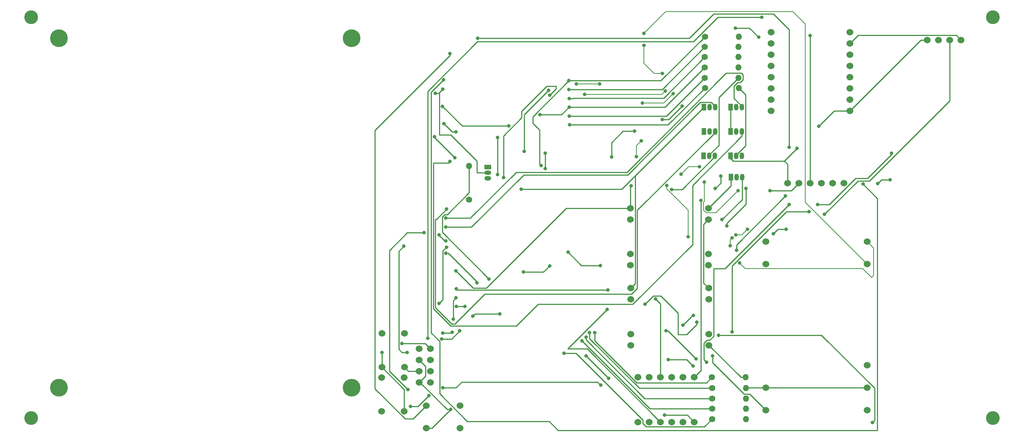
<source format=gbr>
%TF.GenerationSoftware,KiCad,Pcbnew,(6.0.2)*%
%TF.CreationDate,2022-08-09T18:47:36+09:00*%
%TF.ProjectId,dash,64617368-2e6b-4696-9361-645f70636258,rev?*%
%TF.SameCoordinates,Original*%
%TF.FileFunction,Copper,L2,Bot*%
%TF.FilePolarity,Positive*%
%FSLAX46Y46*%
G04 Gerber Fmt 4.6, Leading zero omitted, Abs format (unit mm)*
G04 Created by KiCad (PCBNEW (6.0.2)) date 2022-08-09 18:47:36*
%MOMM*%
%LPD*%
G01*
G04 APERTURE LIST*
%TA.AperFunction,ComponentPad*%
%ADD10C,1.524000*%
%TD*%
%TA.AperFunction,ComponentPad*%
%ADD11C,1.400000*%
%TD*%
%TA.AperFunction,ComponentPad*%
%ADD12O,1.400000X1.400000*%
%TD*%
%TA.AperFunction,ComponentPad*%
%ADD13R,1.050000X1.500000*%
%TD*%
%TA.AperFunction,ComponentPad*%
%ADD14O,1.050000X1.500000*%
%TD*%
%TA.AperFunction,ComponentPad*%
%ADD15C,4.000000*%
%TD*%
%TA.AperFunction,ComponentPad*%
%ADD16R,1.500000X1.050000*%
%TD*%
%TA.AperFunction,ComponentPad*%
%ADD17O,1.500000X1.050000*%
%TD*%
%TA.AperFunction,ViaPad*%
%ADD18C,3.100000*%
%TD*%
%TA.AperFunction,ViaPad*%
%ADD19C,0.800000*%
%TD*%
%TA.AperFunction,Conductor*%
%ADD20C,0.250000*%
%TD*%
%TA.AperFunction,Conductor*%
%ADD21C,0.200000*%
%TD*%
G04 APERTURE END LIST*
D10*
%TO.P,U4,1*%
%TO.N,CAN1_TX*%
X196728000Y-135180000D03*
%TO.N,CAN_H*%
X201808000Y-135180000D03*
%TO.N,GND*%
X194188000Y-135180000D03*
%TO.N,CAN1_RX*%
X199268000Y-135180000D03*
%TO.N,CAN_L*%
X204348000Y-135180000D03*
%TO.N,3V3*%
X191648000Y-135180000D03*
%TD*%
D11*
%TO.P,R4,1*%
%TO.N,BMS-*%
X174610000Y-186170000D03*
D12*
%TO.P,R4,2*%
%TO.N,GND*%
X182230000Y-186170000D03*
%TD*%
D11*
%TO.P,R10,1*%
%TO.N,HVD_IN*%
X172980000Y-109050000D03*
D12*
%TO.P,R10,2*%
%TO.N,Net-(Q5-Pad2)*%
X180600000Y-109050000D03*
%TD*%
D13*
%TO.P,Q6,1,E*%
%TO.N,LV*%
X178840000Y-133870000D03*
D14*
%TO.P,Q6,2,B*%
%TO.N,RTD_ACTIVE_Pin*%
X180110000Y-133870000D03*
%TO.P,Q6,3,C*%
%TO.N,APPS*%
X181380000Y-133870000D03*
%TD*%
D11*
%TO.P,R5,1*%
%TO.N,BSPD-*%
X174610000Y-188550000D03*
D12*
%TO.P,R5,2*%
%TO.N,GND*%
X182230000Y-188550000D03*
%TD*%
D10*
%TO.P,U9,1*%
%TO.N,GND*%
X230820000Y-102862000D03*
%TO.N,3V3*%
X223200000Y-102862000D03*
%TO.N,GPS_RX*%
X225740000Y-102862000D03*
%TO.N,GPS_TX*%
X228280000Y-102862000D03*
%TD*%
D11*
%TO.P,R11,1*%
%TO.N,BRAKE_DIN*%
X172980000Y-111390000D03*
D12*
%TO.P,R11,2*%
%TO.N,Net-(Q7-Pad2)*%
X180600000Y-111390000D03*
%TD*%
D11*
%TO.P,R1,1*%
%TO.N,GND*%
X119820000Y-138960000D03*
D12*
%TO.P,R1,2*%
%TO.N,-*%
X119820000Y-131340000D03*
%TD*%
D11*
%TO.P,R3,1*%
%TO.N,IMD-*%
X174630000Y-181510000D03*
D12*
%TO.P,R3,2*%
%TO.N,GND*%
X182250000Y-181510000D03*
%TD*%
D10*
%TO.P,U5,1*%
%TO.N,LCD_SCL*%
X168050000Y-179040000D03*
%TO.N,5V*%
X162970000Y-179040000D03*
%TO.N,N/C*%
X157890000Y-189200000D03*
X160430000Y-189200000D03*
X160430000Y-179040000D03*
%TO.N,GND*%
X165510000Y-179040000D03*
%TO.N,N/C*%
X157890000Y-179040000D03*
%TO.N,I2C2_SCL*%
X168050000Y-189200000D03*
%TO.N,3V3*%
X162970000Y-189200000D03*
%TO.N,LCD_SDA*%
X170590000Y-179040000D03*
%TO.N,I2C2_SDA*%
X170590000Y-189200000D03*
%TO.N,GND*%
X165510000Y-189200000D03*
%TD*%
%TO.P,U3,1,VOUT+*%
%TO.N,5V*%
X156210000Y-140870000D03*
%TO.P,U3,2,VOUT+*%
X156210000Y-143410000D03*
%TO.P,U3,3,VOUT-*%
%TO.N,GND*%
X156210000Y-151230000D03*
%TO.P,U3,4,VOUT-*%
X156210000Y-153770000D03*
%TO.P,U3,5,VIN-*%
X173810000Y-153770000D03*
%TO.P,U3,6,VIN-*%
X173810000Y-151230000D03*
%TO.P,U3,7,VIN+*%
%TO.N,LV*%
X173810000Y-143410000D03*
%TO.P,U3,8,VIN+*%
X173810000Y-140870000D03*
%TD*%
%TO.P,ESP_PROGRAM,*%
%TO.N,*%
X105174600Y-179124600D03*
X100094600Y-179124600D03*
%TO.P,ESP_PROGRAM,1,A*%
%TO.N,GND*%
X105174600Y-186744600D03*
%TO.P,ESP_PROGRAM,2,B*%
%TO.N,Net-(SW2-Pad2)*%
X100094600Y-186744600D03*
%TD*%
D11*
%TO.P,R6,1*%
%TO.N,HVD-*%
X174620000Y-183870000D03*
D12*
%TO.P,R6,2*%
%TO.N,GND*%
X182240000Y-183870000D03*
%TD*%
D15*
%TO.P,REF\u002A\u002A,1*%
%TO.N,N/C*%
X27266200Y-102450200D03*
%TO.P,REF\u002A\u002A,2*%
X93266200Y-102450200D03*
%TO.P,REF\u002A\u002A,3*%
X27266200Y-181450200D03*
%TO.P,REF\u002A\u002A,4*%
X93266200Y-181450200D03*
%TD*%
D11*
%TO.P,R12,1*%
%TO.N,LV_ACTIVE*%
X173000000Y-113680000D03*
D12*
%TO.P,R12,2*%
%TO.N,Net-(Q8-Pad2)*%
X180620000Y-113680000D03*
%TD*%
D16*
%TO.P,Q3,1,E*%
%TO.N,3V3*%
X124050000Y-131550000D03*
D17*
%TO.P,Q3,2,B*%
%TO.N,RTD_ACTIVE_Pin*%
X124050000Y-132820000D03*
%TO.P,Q3,3,C*%
%TO.N,IN*%
X124050000Y-134090000D03*
%TD*%
D11*
%TO.P,R8,1*%
%TO.N,BMS_IN*%
X172980000Y-104400000D03*
D12*
%TO.P,R8,2*%
%TO.N,Net-(Q2-Pad2)*%
X180600000Y-104400000D03*
%TD*%
D10*
%TO.P,U10,1*%
%TO.N,GND*%
X186749200Y-181431600D03*
%TO.N,RIN*%
X209609200Y-176351600D03*
%TO.N,ROUT-*%
X209609200Y-148411600D03*
%TO.N,LOUT+*%
X186749200Y-153491600D03*
%TO.N,LV*%
X186749200Y-186511600D03*
%TO.N,LOUT-*%
X186749200Y-148411600D03*
%TO.N,LIN*%
X209609200Y-186511600D03*
%TO.N,ROUT+*%
X209609200Y-153491600D03*
%TO.N,GND*%
X209609200Y-181431600D03*
%TD*%
%TO.P,U8,1*%
%TO.N,N/C*%
X205743000Y-106170800D03*
%TO.N,RTDS*%
X187963000Y-106170800D03*
%TO.N,N/C*%
X205743000Y-116330800D03*
%TO.N,3V3*%
X205743000Y-118870800D03*
%TO.N,N/C*%
X187963000Y-108710800D03*
X187963000Y-101090800D03*
X187963000Y-113790800D03*
X205743000Y-113790800D03*
X187963000Y-118870800D03*
X205743000Y-101090800D03*
X187963000Y-111250800D03*
%TO.N,GND*%
X205743000Y-103630800D03*
%TO.N,N/C*%
X187963000Y-116330800D03*
%TO.N,RIN*%
X205743000Y-111250800D03*
%TO.N,GND*%
X187963000Y-103630800D03*
%TO.N,LIN*%
X205743000Y-108710800D03*
%TD*%
D13*
%TO.P,Q2,1,E*%
%TO.N,3V3*%
X178780000Y-118040000D03*
D14*
%TO.P,Q2,2,B*%
%TO.N,Net-(Q2-Pad2)*%
X180050000Y-118040000D03*
%TO.P,Q2,3,C*%
%TO.N,BMS_Pin*%
X181320000Y-118040000D03*
%TD*%
D10*
%TO.P,BOOT0,*%
%TO.N,*%
X117789200Y-190579200D03*
X117789200Y-185499200D03*
%TO.P,BOOT0,1,A*%
%TO.N,3V3*%
X110169200Y-190579200D03*
%TO.P,BOOT0,2,B*%
%TO.N,BOOT0*%
X110169200Y-185499200D03*
%TD*%
D13*
%TO.P,Q1,1,E*%
%TO.N,3V3*%
X172760000Y-118040000D03*
D14*
%TO.P,Q1,2,B*%
%TO.N,Net-(Q1-Pad2)*%
X174030000Y-118040000D03*
%TO.P,Q1,3,C*%
%TO.N,IMD_Pin*%
X175300000Y-118040000D03*
%TD*%
D13*
%TO.P,Q7,1,E*%
%TO.N,3V3*%
X172710000Y-129020000D03*
D14*
%TO.P,Q7,2,B*%
%TO.N,Net-(Q7-Pad2)*%
X173980000Y-129020000D03*
%TO.P,Q7,3,C*%
%TO.N,BRAKE_Pin*%
X175250000Y-129020000D03*
%TD*%
D13*
%TO.P,Q4,1,E*%
%TO.N,3V3*%
X172760000Y-123550000D03*
D14*
%TO.P,Q4,2,B*%
%TO.N,Net-(Q4-Pad2)*%
X174030000Y-123550000D03*
%TO.P,Q4,3,C*%
%TO.N,BSPD_Pin*%
X175300000Y-123550000D03*
%TD*%
D10*
%TO.P,ESP_RST,*%
%TO.N,*%
X100104600Y-169180000D03*
X105184600Y-169180000D03*
%TO.P,ESP_RST,1,A*%
%TO.N,Net-(SW1-Pad1)*%
X105184600Y-176800000D03*
%TO.P,ESP_RST,2,B*%
%TO.N,GND*%
X100104600Y-176800000D03*
%TD*%
%TO.P,U2,1*%
%TO.N,3V3*%
X108509600Y-175164000D03*
%TO.N,N/C*%
X111049600Y-175164000D03*
%TO.N,ESP_TX*%
X108509600Y-172624000D03*
%TO.N,Net-(SW1-Pad1)*%
X108509600Y-177704000D03*
%TO.N,Net-(SW2-Pad2)*%
X111049600Y-177704000D03*
%TO.N,GND*%
X111049600Y-172624000D03*
%TO.N,ESP_RX*%
X111049600Y-180244000D03*
%TO.N,3V3*%
X108509600Y-180244000D03*
%TD*%
%TO.P,U6,1,VOUT+*%
%TO.N,3V3*%
X156270000Y-158940000D03*
%TO.P,U6,2,VOUT+*%
X156270000Y-161480000D03*
%TO.P,U6,3,VOUT-*%
%TO.N,GND*%
X156270000Y-169300000D03*
%TO.P,U6,4,VOUT-*%
X156270000Y-171840000D03*
%TO.P,U6,5,VIN-*%
X173870000Y-171840000D03*
%TO.P,U6,6,VIN-*%
X173870000Y-169300000D03*
%TO.P,U6,7,VIN+*%
%TO.N,LV*%
X173870000Y-161480000D03*
%TO.P,U6,8,VIN+*%
X173870000Y-158940000D03*
%TD*%
D11*
%TO.P,R2,1*%
%TO.N,CR-*%
X174570000Y-179110000D03*
D12*
%TO.P,R2,2*%
%TO.N,GND*%
X182190000Y-179110000D03*
%TD*%
D11*
%TO.P,R9,1*%
%TO.N,BSPD_IN*%
X172980000Y-106720000D03*
D12*
%TO.P,R9,2*%
%TO.N,Net-(Q4-Pad2)*%
X180600000Y-106720000D03*
%TD*%
D13*
%TO.P,Q8,1,E*%
%TO.N,3V3*%
X178810000Y-129000000D03*
D14*
%TO.P,Q8,2,B*%
%TO.N,Net-(Q8-Pad2)*%
X180080000Y-129000000D03*
%TO.P,Q8,3,C*%
%TO.N,LV_ACTIVE_Pin*%
X181350000Y-129000000D03*
%TD*%
D11*
%TO.P,R7,1*%
%TO.N,IMD_IN*%
X173000000Y-102090000D03*
D12*
%TO.P,R7,2*%
%TO.N,Net-(Q1-Pad2)*%
X180620000Y-102090000D03*
%TD*%
D13*
%TO.P,Q5,1,E*%
%TO.N,3V3*%
X178800000Y-123570000D03*
D14*
%TO.P,Q5,2,B*%
%TO.N,Net-(Q5-Pad2)*%
X180070000Y-123570000D03*
%TO.P,Q5,3,C*%
%TO.N,HVD_Pin*%
X181340000Y-123570000D03*
%TD*%
D18*
%TO.N,*%
X238000000Y-97740000D03*
X21000000Y-97740000D03*
X21000000Y-188280000D03*
X238000000Y-188280000D03*
D19*
%TO.N,GND*%
X176560000Y-133590000D03*
X104630000Y-171430000D03*
X175330000Y-136440000D03*
X113610000Y-170400000D03*
X100104600Y-173465400D03*
X117704661Y-168584661D03*
X187660000Y-136880000D03*
%TO.N,BRAKE_DIN*%
X142390000Y-120020000D03*
%TO.N,HVD_IN*%
X126200000Y-124920000D03*
X135810000Y-119760000D03*
X126200000Y-133240000D03*
X142400000Y-118010000D03*
%TO.N,BSPD_IN*%
X142360000Y-116040000D03*
X138000000Y-115280000D03*
X127560000Y-133980000D03*
%TO.N,BMS_IN*%
X142300000Y-114030000D03*
X132254511Y-128054511D03*
X137760000Y-114230000D03*
%TO.N,IMD_IN*%
X136010000Y-131270000D03*
X142310000Y-112020000D03*
%TO.N,LV_ACTIVE*%
X142450000Y-122030000D03*
%TO.N,3V3*%
X198710000Y-122350000D03*
X131530000Y-136570000D03*
X115610000Y-186395386D03*
X150897444Y-163787444D03*
X193775000Y-127315000D03*
%TO.N,IMD_Pin*%
X114490000Y-145160000D03*
%TO.N,BMS_Pin*%
X114550000Y-143060000D03*
%TO.N,RTD_ACTIVE_Pin*%
X112190000Y-114910000D03*
X113880000Y-113940000D03*
%TO.N,BSPD_Pin*%
X114700000Y-141090000D03*
%TO.N,HVD_Pin*%
X115450000Y-130290000D03*
%TO.N,APPS*%
X176870000Y-143450000D03*
%TO.N,LV*%
X174710000Y-174220000D03*
%TO.N,BRAKE_Pin*%
X165540000Y-136640000D03*
X128768472Y-122280000D03*
X113780000Y-117830000D03*
%TO.N,5V*%
X157100000Y-123460000D03*
X116800000Y-155060000D03*
X156390000Y-135800000D03*
X151920000Y-129300000D03*
X161900000Y-161390000D03*
%TO.N,I2C2_SDA*%
X114560000Y-151070000D03*
X163930000Y-187660000D03*
X121580000Y-157740000D03*
%TO.N,ESP_TX*%
X105090000Y-149410000D03*
X114140000Y-121790000D03*
X116820000Y-123650000D03*
X105850000Y-173480000D03*
%TO.N,GPS_TX*%
X191310000Y-145640000D03*
X114670000Y-149660000D03*
X177960000Y-144840000D03*
X188460000Y-146620000D03*
X182230000Y-136430000D03*
X149480000Y-180860000D03*
X113870000Y-181470000D03*
X112970000Y-162380000D03*
X200000000Y-142230000D03*
%TO.N,GPS_RX*%
X114530000Y-148240000D03*
X105980000Y-181890000D03*
X113010000Y-146890000D03*
X109650000Y-146420000D03*
%TO.N,CAN1_RX*%
X121720000Y-102470000D03*
X192000000Y-127090000D03*
%TO.N,CAN1_TX*%
X179900000Y-100130000D03*
X185107311Y-102177311D03*
X196728000Y-101888000D03*
%TO.N,RTDS*%
X114050000Y-111890000D03*
X208650000Y-135400000D03*
%TO.N,BOOT0*%
X115490000Y-105960000D03*
%TO.N,Net-(SW2-Pad2)*%
X110700000Y-183260000D03*
X106548089Y-185658089D03*
%TO.N,CAN_H*%
X191190000Y-138090000D03*
X168060000Y-167290000D03*
X170380000Y-165110000D03*
X180120000Y-150400000D03*
%TO.N,CAN_L*%
X164750000Y-175080000D03*
X173400000Y-175670000D03*
X170320000Y-176520000D03*
X192010000Y-140020000D03*
%TO.N,HV_AUX1+*%
X144010000Y-112770000D03*
X149220000Y-112770000D03*
%TO.N,HV_AUX1-*%
X164020000Y-114430000D03*
X145870000Y-115150000D03*
%TO.N,ROUT+*%
X159230000Y-104040000D03*
X158910000Y-117060000D03*
X159230000Y-101330000D03*
X163360000Y-110430000D03*
X165820000Y-114980000D03*
%TO.N,ROUT-*%
X169210000Y-147320000D03*
X158680000Y-125660000D03*
X157580000Y-129200000D03*
X179090000Y-147600000D03*
X164380000Y-135760000D03*
X178710000Y-149360000D03*
X180840000Y-153270000D03*
%TO.N,LOUT+*%
X182580000Y-145640000D03*
X180010000Y-146880000D03*
%TO.N,LOUT-*%
X180490000Y-136930000D03*
X172830000Y-134920000D03*
X171790000Y-131470000D03*
X167600000Y-133220000D03*
%TO.N,CRITICAL_LED*%
X137000000Y-131930000D03*
X137000000Y-128460000D03*
%TO.N,CR-*%
X148140000Y-169010000D03*
%TO.N,IMD-*%
X146990000Y-168980000D03*
%TO.N,BMS-*%
X149410000Y-153820000D03*
X145290000Y-170870000D03*
X142110000Y-150810000D03*
%TO.N,BSPD-*%
X141170000Y-173670000D03*
X132060000Y-155300000D03*
X137990000Y-153890000D03*
%TO.N,HVD-*%
X146180000Y-170000000D03*
%TO.N,-*%
X124285000Y-156865000D03*
%TO.N,LCD_SDA*%
X172100000Y-139150000D03*
%TO.N,LCD_SCL*%
X163370000Y-120820000D03*
X167890000Y-117740000D03*
%TO.N,1*%
X112010000Y-124730000D03*
X116550000Y-129440000D03*
%TO.N,2*%
X151144520Y-159384520D03*
X210790000Y-189350000D03*
X159485000Y-162525000D03*
X176090000Y-169580000D03*
X171170000Y-166640000D03*
X116890000Y-159100000D03*
%TO.N,3*%
X110430000Y-170280000D03*
X214740000Y-134460000D03*
X116850000Y-161140000D03*
X116195489Y-165954511D03*
X185820000Y-97720000D03*
X115970000Y-168950000D03*
X211960000Y-135340000D03*
X113840000Y-169060000D03*
%TO.N,4*%
X179120000Y-168790000D03*
X198470000Y-140010000D03*
X164190000Y-168610000D03*
X118830000Y-163050000D03*
X196480000Y-141640000D03*
X116920000Y-163030000D03*
X120650000Y-165260000D03*
X215090000Y-128430000D03*
X146180000Y-174230000D03*
X171015489Y-174945489D03*
X151310000Y-179360000D03*
X126760000Y-164770000D03*
%TD*%
D20*
%TO.N,GND*%
X186749200Y-181431600D02*
X182328400Y-181431600D01*
X176560000Y-133590000D02*
X176560000Y-135210000D01*
X193398000Y-135970000D02*
X192488000Y-136880000D01*
X176560000Y-135210000D02*
X175330000Y-136440000D01*
X230820000Y-102862000D02*
X229733489Y-101775489D01*
X194188000Y-135180000D02*
X193398000Y-135970000D01*
X109855600Y-171430000D02*
X111049600Y-172624000D01*
X105174600Y-181870000D02*
X100104600Y-176800000D01*
X100104600Y-176800000D02*
X100104600Y-173465400D01*
X181140000Y-179110000D02*
X182190000Y-179110000D01*
X207598311Y-101775489D02*
X205743000Y-103630800D01*
X115889322Y-170400000D02*
X113610000Y-170400000D01*
X105174600Y-186744600D02*
X105174600Y-181870000D01*
X173870000Y-171840000D02*
X181140000Y-179110000D01*
X192488000Y-136880000D02*
X187660000Y-136880000D01*
X104630000Y-171430000D02*
X109855600Y-171430000D01*
X186749200Y-181431600D02*
X209609200Y-181431600D01*
X229733489Y-101775489D02*
X207598311Y-101775489D01*
X117704661Y-168584661D02*
X115889322Y-170400000D01*
X182328400Y-181431600D02*
X182250000Y-181510000D01*
%TO.N,BRAKE_DIN*%
X164350000Y-120020000D02*
X142390000Y-120020000D01*
X172980000Y-111390000D02*
X164350000Y-120020000D01*
%TO.N,Net-(Q7-Pad2)*%
X173980000Y-128795000D02*
X173980000Y-129020000D01*
X176149520Y-126625480D02*
X173980000Y-128795000D01*
X176149520Y-115840480D02*
X176149520Y-126625480D01*
X180600000Y-111390000D02*
X176149520Y-115840480D01*
%TO.N,HVD_IN*%
X140650000Y-119760000D02*
X142400000Y-118010000D01*
X172980000Y-109050000D02*
X164010000Y-118020000D01*
X135810000Y-119760000D02*
X140650000Y-119760000D01*
X142410000Y-118020000D02*
X142400000Y-118010000D01*
X126200000Y-133240000D02*
X126200000Y-124920000D01*
X164010000Y-118020000D02*
X142410000Y-118020000D01*
%TO.N,BSPD_IN*%
X127560000Y-133980000D02*
X127560000Y-124513086D01*
X127560000Y-124513086D02*
X131640000Y-120433086D01*
X131640000Y-118920000D02*
X137270000Y-113290000D01*
X163680000Y-116020000D02*
X172980000Y-106720000D01*
X143290000Y-116020000D02*
X143270000Y-116040000D01*
X139400000Y-113880000D02*
X138000000Y-115280000D01*
X139400000Y-113290000D02*
X139400000Y-113880000D01*
X143290000Y-116020000D02*
X163680000Y-116020000D01*
X143270000Y-116040000D02*
X142360000Y-116040000D01*
X131640000Y-120433086D02*
X131640000Y-118920000D01*
X137270000Y-113290000D02*
X139400000Y-113290000D01*
%TO.N,BMS_IN*%
X132254511Y-119735489D02*
X137760000Y-114230000D01*
X132254511Y-128054511D02*
X132254511Y-119735489D01*
X143410000Y-114020000D02*
X163360000Y-114020000D01*
X163360000Y-114020000D02*
X172980000Y-104400000D01*
X143410000Y-114020000D02*
X143400000Y-114030000D01*
X143400000Y-114030000D02*
X142300000Y-114030000D01*
%TO.N,IMD_IN*%
X136010000Y-131270000D02*
X135660000Y-130920000D01*
X142310000Y-112020000D02*
X163070000Y-112020000D01*
X163070000Y-112020000D02*
X173000000Y-102090000D01*
X135660000Y-123170000D02*
X134140000Y-121650000D01*
X135660000Y-130920000D02*
X135660000Y-123170000D01*
X134140000Y-121650000D02*
X134140000Y-120190000D01*
X134140000Y-120190000D02*
X142310000Y-112020000D01*
%TO.N,LV_ACTIVE*%
X173000000Y-113680000D02*
X164660000Y-122020000D01*
X142460000Y-122020000D02*
X142450000Y-122030000D01*
X164660000Y-122020000D02*
X142460000Y-122020000D01*
%TO.N,Net-(Q8-Pad2)*%
X182189520Y-126734078D02*
X180080000Y-128843598D01*
X182189520Y-115249520D02*
X182189520Y-126734078D01*
X180080000Y-128843598D02*
X180080000Y-129000000D01*
X180620000Y-113680000D02*
X182189520Y-115249520D01*
%TO.N,3V3*%
X108509600Y-175164000D02*
X109963089Y-176617489D01*
X154230000Y-136570000D02*
X131530000Y-136570000D01*
X190910000Y-130190000D02*
X179360000Y-130190000D01*
X179360000Y-130190000D02*
X178810000Y-129640000D01*
X108509600Y-180244000D02*
X108708614Y-180244000D01*
X205743000Y-118870800D02*
X202189200Y-118870800D01*
X157296511Y-133503489D02*
X154230000Y-136570000D01*
X193775000Y-127315000D02*
X193775000Y-127325000D01*
X150897444Y-163787444D02*
X142006599Y-172678289D01*
X146448289Y-172678289D02*
X142006599Y-172678289D01*
X114860000Y-186395386D02*
X115610000Y-186395386D01*
X191648000Y-130928000D02*
X191648000Y-135180000D01*
X157296511Y-133503489D02*
X172760000Y-118040000D01*
X223200000Y-102862000D02*
X221751800Y-102862000D01*
X108708614Y-180244000D02*
X114860000Y-186395386D01*
X178810000Y-129640000D02*
X178810000Y-129000000D01*
X178780000Y-118040000D02*
X178780000Y-123550000D01*
X190910000Y-130190000D02*
X191648000Y-130928000D01*
X178780000Y-123550000D02*
X178800000Y-123570000D01*
X162970000Y-189200000D02*
X146448289Y-172678289D01*
X109963089Y-178790511D02*
X108509600Y-180244000D01*
X115610000Y-186395386D02*
X111426186Y-190579200D01*
X156270000Y-158940000D02*
X157296511Y-157913489D01*
X221751800Y-102862000D02*
X205743000Y-118870800D01*
X111426186Y-190579200D02*
X110169200Y-190579200D01*
X202189200Y-118870800D02*
X198710000Y-122350000D01*
X109963089Y-176617489D02*
X109963089Y-178790511D01*
X157296511Y-157913489D02*
X157296511Y-133503489D01*
X193775000Y-127325000D02*
X190910000Y-130190000D01*
%TO.N,IMD_Pin*%
X120290000Y-145160000D02*
X114490000Y-145160000D01*
X132132708Y-133317292D02*
X120290000Y-145160000D01*
X175300000Y-118040000D02*
X175300000Y-117883598D01*
X175300000Y-117883598D02*
X174381891Y-116965489D01*
X155558686Y-133317292D02*
X132132708Y-133317292D01*
X174381891Y-116965489D02*
X171910489Y-116965489D01*
X171910489Y-116965489D02*
X155558686Y-133317292D01*
%TO.N,BMS_Pin*%
X181624511Y-111814367D02*
X181624511Y-110674655D01*
X181018878Y-112420000D02*
X181624511Y-111814367D01*
X130470000Y-132720000D02*
X130460000Y-132720000D01*
X177818878Y-110310000D02*
X155408878Y-132720000D01*
X181320000Y-117815000D02*
X179595489Y-116090489D01*
X155408878Y-132720000D02*
X130640000Y-132720000D01*
X181259856Y-110310000D02*
X177818878Y-110310000D01*
X130640000Y-132720000D02*
X130470000Y-132720000D01*
X179595489Y-116090489D02*
X179595489Y-113255633D01*
X179595489Y-113255633D02*
X180431122Y-112420000D01*
X180431122Y-112420000D02*
X181018878Y-112420000D01*
X120400000Y-142780000D02*
X120120000Y-143060000D01*
X181320000Y-118040000D02*
X181320000Y-117815000D01*
X120120000Y-143060000D02*
X114550000Y-143060000D01*
X130460000Y-132720000D02*
X120400000Y-142780000D01*
X181624511Y-110674655D02*
X181259856Y-110310000D01*
%TO.N,RTD_ACTIVE_Pin*%
X112190000Y-114910000D02*
X112910000Y-114910000D01*
X113055489Y-124329511D02*
X115669511Y-124329511D01*
X122240000Y-132820000D02*
X124050000Y-132820000D01*
X112910000Y-114910000D02*
X113880000Y-113940000D01*
X122220000Y-132840000D02*
X122240000Y-132820000D01*
X121565978Y-130225978D02*
X121565978Y-132840000D01*
X113055489Y-124329511D02*
X113055489Y-114764511D01*
X122220000Y-132840000D02*
X121565978Y-132840000D01*
X115669511Y-124329511D02*
X121565978Y-130225978D01*
X113055489Y-114764511D02*
X113880000Y-113940000D01*
%TO.N,BSPD_Pin*%
X157746031Y-159000529D02*
X156448701Y-160297859D01*
X116590103Y-167044511D02*
X115844511Y-167044511D01*
X157746031Y-141328969D02*
X157746031Y-159000529D01*
X123336755Y-160297859D02*
X116590103Y-167044511D01*
X156448701Y-160297859D02*
X123336755Y-160297859D01*
X175300000Y-123775000D02*
X157746031Y-141328969D01*
X175300000Y-123550000D02*
X175300000Y-123775000D01*
X112400000Y-143390000D02*
X114700000Y-141090000D01*
X115844511Y-167044511D02*
X112160000Y-163360000D01*
X112160000Y-143390000D02*
X112400000Y-143390000D01*
X112160000Y-163360000D02*
X112160000Y-143390000D01*
%TO.N,HVD_Pin*%
X170200000Y-135710000D02*
X170200000Y-149086560D01*
X156720049Y-162566511D02*
X135389132Y-162566511D01*
X181340000Y-123570000D02*
X181340000Y-124570000D01*
X135389132Y-162566511D02*
X130461612Y-167494031D01*
X181340000Y-124570000D02*
X170200000Y-135710000D01*
X170200000Y-149086560D02*
X156720049Y-162566511D01*
X111710480Y-130629520D02*
X115110480Y-130629520D01*
X130461612Y-167494031D02*
X115658314Y-167494031D01*
X115658314Y-167494031D02*
X111710480Y-163546197D01*
X111710480Y-163546197D02*
X111710480Y-130629520D01*
X115110480Y-130629520D02*
X115450000Y-130290000D01*
%TO.N,APPS*%
X176870000Y-143450000D02*
X181380000Y-138940000D01*
X181380000Y-138940000D02*
X181380000Y-133870000D01*
%TO.N,LV*%
X172723489Y-157793489D02*
X173870000Y-158940000D01*
X173810000Y-143410000D02*
X172723489Y-144496511D01*
X172723489Y-144496511D02*
X172723489Y-157793489D01*
X178840000Y-133870000D02*
X178840000Y-135840000D01*
X183083089Y-182845489D02*
X186749200Y-186511600D01*
X174710000Y-174220000D02*
X174710000Y-175739856D01*
X181815633Y-182845489D02*
X183083089Y-182845489D01*
X174710000Y-175739856D02*
X181815633Y-182845489D01*
X178840000Y-135840000D02*
X173810000Y-140870000D01*
%TO.N,BRAKE_Pin*%
X118230000Y-122280000D02*
X113780000Y-117830000D01*
X167855000Y-136640000D02*
X165540000Y-136640000D01*
X175250000Y-129020000D02*
X175250000Y-129245000D01*
X128768472Y-122280000D02*
X118230000Y-122280000D01*
X175250000Y-129245000D02*
X167855000Y-136640000D01*
%TO.N,5V*%
X151920000Y-126040000D02*
X154500000Y-123460000D01*
X156210000Y-140870000D02*
X141740000Y-140870000D01*
X162970000Y-179040000D02*
X162970000Y-162460000D01*
X156210000Y-135980000D02*
X156390000Y-135800000D01*
X120675000Y-158935000D02*
X123675000Y-158935000D01*
X154500000Y-123460000D02*
X157100000Y-123460000D01*
X162970000Y-162460000D02*
X161900000Y-161390000D01*
X156210000Y-140870000D02*
X156210000Y-135980000D01*
X151920000Y-129300000D02*
X151920000Y-126040000D01*
X141740000Y-140870000D02*
X123675000Y-158935000D01*
X116800000Y-155060000D02*
X120675000Y-158935000D01*
%TO.N,I2C2_SDA*%
X115150000Y-151070000D02*
X121580000Y-157500000D01*
X169050000Y-187660000D02*
X170590000Y-189200000D01*
X114560000Y-151070000D02*
X115150000Y-151070000D01*
X163930000Y-187660000D02*
X169050000Y-187660000D01*
X121580000Y-157500000D02*
X121580000Y-157740000D01*
%TO.N,ESP_TX*%
X116820000Y-123650000D02*
X116000000Y-123650000D01*
X103905489Y-150594511D02*
X105090000Y-149410000D01*
X105850000Y-173480000D02*
X104640000Y-173480000D01*
X103905489Y-172745489D02*
X103905489Y-150594511D01*
X116000000Y-123650000D02*
X114140000Y-121790000D01*
X104640000Y-173480000D02*
X103905489Y-172745489D01*
%TO.N,GPS_TX*%
X228280000Y-116554614D02*
X210159125Y-134675489D01*
X113835489Y-161514511D02*
X112970000Y-162380000D01*
X148775489Y-180155489D02*
X118170151Y-180155489D01*
X116855640Y-181470000D02*
X113870000Y-181470000D01*
X118170151Y-180155489D02*
X116855640Y-181470000D01*
X149480000Y-180860000D02*
X148775489Y-180155489D01*
X189440000Y-145640000D02*
X188460000Y-146620000D01*
X114670000Y-149660000D02*
X113835489Y-150494511D01*
X182230000Y-139990000D02*
X182230000Y-136430000D01*
X191310000Y-145640000D02*
X189440000Y-145640000D01*
X207554511Y-134675489D02*
X200000000Y-142230000D01*
X210159125Y-134675489D02*
X207554511Y-134675489D01*
X228280000Y-102862000D02*
X228280000Y-116554614D01*
X177960000Y-144260000D02*
X182230000Y-139990000D01*
X177960000Y-144840000D02*
X177960000Y-144260000D01*
X113835489Y-150494511D02*
X113835489Y-161514511D01*
%TO.N,GPS_RX*%
X113010000Y-146980000D02*
X114270000Y-148240000D01*
X105980000Y-181890000D02*
X101790000Y-177700000D01*
X101790000Y-177700000D02*
X101790000Y-150430000D01*
X114270000Y-148240000D02*
X114530000Y-148240000D01*
X101790000Y-150430000D02*
X105800000Y-146420000D01*
X105800000Y-146420000D02*
X109650000Y-146420000D01*
X113010000Y-146890000D02*
X113010000Y-146980000D01*
%TO.N,CAN1_RX*%
X188450000Y-96970000D02*
X174980000Y-96970000D01*
X192000000Y-100520000D02*
X188450000Y-96970000D01*
X171280000Y-100660000D02*
X171290000Y-100660000D01*
X171290000Y-100660000D02*
X174815000Y-97135000D01*
X174980000Y-96970000D02*
X174815000Y-97135000D01*
X169470000Y-102470000D02*
X171280000Y-100660000D01*
X192000000Y-127090000D02*
X192000000Y-100520000D01*
X121720000Y-102470000D02*
X169470000Y-102470000D01*
%TO.N,CAN1_TX*%
X185107311Y-102177311D02*
X183060000Y-100130000D01*
X196728000Y-135180000D02*
X196728000Y-101958000D01*
X196728000Y-101958000D02*
X196728000Y-101888000D01*
X183060000Y-100130000D02*
X179900000Y-100130000D01*
%TO.N,RTDS*%
X111260960Y-169075574D02*
X111260960Y-114679040D01*
X211900000Y-138650000D02*
X211900000Y-191070000D01*
X208650000Y-135400000D02*
X211900000Y-138650000D01*
X119395640Y-189090000D02*
X113145489Y-182839849D01*
X111260960Y-114679040D02*
X114050000Y-111890000D01*
X211900000Y-191070000D02*
X139880000Y-191070000D01*
X139880000Y-191070000D02*
X137900000Y-189090000D01*
X137900000Y-189090000D02*
X119395640Y-189090000D01*
X113145489Y-182839849D02*
X113145489Y-170960103D01*
X113145489Y-170960103D02*
X111260960Y-169075574D01*
%TO.N,BOOT0*%
X98550000Y-123260000D02*
X115490000Y-106320000D01*
X107176030Y-188492370D02*
X105385810Y-188492370D01*
X105385810Y-188492370D02*
X98550000Y-181656560D01*
X115490000Y-106320000D02*
X115490000Y-105960000D01*
X110169200Y-185499200D02*
X107176030Y-188492370D01*
X98550000Y-181656560D02*
X98550000Y-123260000D01*
%TO.N,Net-(SW2-Pad2)*%
X108475000Y-185485000D02*
X110700000Y-183260000D01*
X106548089Y-185658089D02*
X108301911Y-185658089D01*
X108301911Y-185658089D02*
X108475000Y-185485000D01*
%TO.N,Net-(SW1-Pad1)*%
X106088600Y-177704000D02*
X105184600Y-176800000D01*
X108509600Y-177704000D02*
X106088600Y-177704000D01*
%TO.N,CAN_H*%
X170240000Y-165110000D02*
X170380000Y-165110000D01*
X168060000Y-167290000D02*
X170240000Y-165110000D01*
X191190000Y-138090000D02*
X180120000Y-149160000D01*
X180120000Y-149160000D02*
X180120000Y-150400000D01*
%TO.N,CAN_L*%
X174956511Y-154538875D02*
X174956511Y-169823489D01*
X172783489Y-171389951D02*
X172783489Y-175053489D01*
X174956511Y-169823489D02*
X174080000Y-170700000D01*
X168880000Y-175080000D02*
X164750000Y-175080000D01*
X174080000Y-170700000D02*
X173473440Y-170700000D01*
X170320000Y-176520000D02*
X168880000Y-175080000D01*
X173473440Y-170700000D02*
X172783489Y-171389951D01*
X172783489Y-175053489D02*
X173400000Y-175670000D01*
X177491125Y-154538875D02*
X174956511Y-154538875D01*
X192010000Y-140020000D02*
X177491125Y-154538875D01*
D21*
%TO.N,HV_AUX1+*%
X149220000Y-112770000D02*
X144010000Y-112770000D01*
%TO.N,HV_AUX1-*%
X145870000Y-115150000D02*
X163300000Y-115150000D01*
X163300000Y-115150000D02*
X164020000Y-114430000D01*
%TO.N,ROUT+*%
X192815489Y-96435489D02*
X164124511Y-96435489D01*
X195640000Y-99260000D02*
X192815489Y-96435489D01*
X159230000Y-104040000D02*
X159230000Y-108160000D01*
X161500000Y-110430000D02*
X163360000Y-110430000D01*
X209609200Y-153491600D02*
X195666489Y-139548889D01*
X159230000Y-108160000D02*
X161500000Y-110430000D01*
X195666489Y-99286489D02*
X195640000Y-99260000D01*
X163740000Y-117060000D02*
X158910000Y-117060000D01*
X195666489Y-139548889D02*
X195666489Y-99286489D01*
X165820000Y-114980000D02*
X163740000Y-117060000D01*
X164124511Y-96435489D02*
X159230000Y-101330000D01*
%TO.N,ROUT-*%
X157580000Y-126760000D02*
X157580000Y-129200000D01*
X179090000Y-147600000D02*
X178710000Y-147980000D01*
X210600000Y-156540000D02*
X211070000Y-156070000D01*
X180840000Y-153270000D02*
X182123111Y-154553111D01*
X178710000Y-147980000D02*
X178710000Y-149360000D01*
X211070000Y-149872400D02*
X209609200Y-148411600D01*
X208613111Y-154553111D02*
X210600000Y-156540000D01*
X164380000Y-136469259D02*
X169210000Y-141299259D01*
X158680000Y-125660000D02*
X157580000Y-126760000D01*
X169210000Y-141299259D02*
X169210000Y-147320000D01*
X164380000Y-135760000D02*
X164380000Y-136469259D01*
X182123111Y-154553111D02*
X208613111Y-154553111D01*
X211070000Y-156070000D02*
X211070000Y-149872400D01*
%TO.N,LOUT+*%
X181340000Y-146880000D02*
X182580000Y-145640000D01*
X180010000Y-146880000D02*
X181340000Y-146880000D01*
%TO.N,LOUT-*%
X173351511Y-141931511D02*
X172720000Y-141300000D01*
X172720000Y-141300000D02*
X172720000Y-139510000D01*
X171790000Y-131470000D02*
X169350000Y-131470000D01*
X172830000Y-139400000D02*
X172830000Y-134920000D01*
X172720000Y-139510000D02*
X172830000Y-139400000D01*
X180490000Y-136930000D02*
X175488489Y-141931511D01*
X169350000Y-131470000D02*
X167600000Y-133220000D01*
X175488489Y-141931511D02*
X173351511Y-141931511D01*
D20*
%TO.N,CRITICAL_LED*%
X137000000Y-128460000D02*
X137000000Y-131930000D01*
%TO.N,CR-*%
X148140000Y-170826560D02*
X148140000Y-169010000D01*
X157623440Y-180310000D02*
X148140000Y-170826560D01*
X174570000Y-179110000D02*
X173370000Y-180310000D01*
X173370000Y-180310000D02*
X157623440Y-180310000D01*
%TO.N,IMD-*%
X146990000Y-170312278D02*
X146990000Y-168980000D01*
X158187722Y-181510000D02*
X146990000Y-170312278D01*
X174630000Y-181510000D02*
X158187722Y-181510000D01*
%TO.N,BMS-*%
X145120000Y-153820000D02*
X142110000Y-150810000D01*
X174610000Y-186170000D02*
X160590000Y-186170000D01*
X160590000Y-186170000D02*
X145290000Y-170870000D01*
X149410000Y-153820000D02*
X145120000Y-153820000D01*
%TO.N,BSPD-*%
X159736511Y-190286511D02*
X158976511Y-189526511D01*
X158976511Y-189526511D02*
X158976511Y-188726511D01*
X158976511Y-188726511D02*
X143920000Y-173670000D01*
X174610000Y-188550000D02*
X172873489Y-190286511D01*
X172873489Y-190286511D02*
X159736511Y-190286511D01*
X132060000Y-155300000D02*
X136580000Y-155300000D01*
X143920000Y-173670000D02*
X141170000Y-173670000D01*
X136580000Y-155300000D02*
X137990000Y-153890000D01*
%TO.N,HVD-*%
X146180000Y-170610000D02*
X146180000Y-170000000D01*
X159440000Y-183870000D02*
X146180000Y-170610000D01*
X160530000Y-183870000D02*
X159440000Y-183870000D01*
X174620000Y-183870000D02*
X160530000Y-183870000D01*
%TO.N,-*%
X114850103Y-142335489D02*
X114249897Y-142335489D01*
X119820000Y-137365592D02*
X114850103Y-142335489D01*
X113765489Y-142819897D02*
X113765489Y-146345489D01*
X114249897Y-142335489D02*
X113765489Y-142819897D01*
X113765489Y-146345489D02*
X124285000Y-156865000D01*
X119820000Y-131340000D02*
X119820000Y-137365592D01*
%TO.N,LCD_SDA*%
X172100000Y-139150000D02*
X172100000Y-177530000D01*
X172100000Y-177530000D02*
X170590000Y-179040000D01*
%TO.N,LCD_SCL*%
X164810000Y-120820000D02*
X163370000Y-120820000D01*
X167890000Y-117740000D02*
X164810000Y-120820000D01*
%TO.N,1*%
X112010000Y-124900000D02*
X116550000Y-129440000D01*
X112010000Y-124730000D02*
X112010000Y-124900000D01*
%TO.N,2*%
X116890000Y-159100000D02*
X117174520Y-159384520D01*
X117174520Y-159384520D02*
X151144520Y-159384520D01*
X211280000Y-181565840D02*
X211280000Y-188860000D01*
X166950000Y-169400000D02*
X168920000Y-169400000D01*
X199294160Y-169580000D02*
X211280000Y-181565840D01*
X166950000Y-164590000D02*
X166950000Y-169400000D01*
X211280000Y-188860000D02*
X210790000Y-189350000D01*
X161344511Y-160665489D02*
X163025489Y-160665489D01*
X168920000Y-169400000D02*
X171170000Y-167150000D01*
X171170000Y-167150000D02*
X171170000Y-166640000D01*
X163025489Y-160665489D02*
X166950000Y-164590000D01*
X159485000Y-162525000D02*
X161344511Y-160665489D01*
X176090000Y-169580000D02*
X199294160Y-169580000D01*
%TO.N,3*%
X212840000Y-134460000D02*
X211960000Y-135340000D01*
X175921122Y-97720000D02*
X170391122Y-103250000D01*
X110430000Y-114485386D02*
X110430000Y-170280000D01*
X115860000Y-169060000D02*
X115970000Y-168950000D01*
X116850000Y-161140000D02*
X116195489Y-161794511D01*
X170391122Y-103250000D02*
X121665386Y-103250000D01*
X116195489Y-161794511D02*
X116195489Y-165954511D01*
X214740000Y-134460000D02*
X212840000Y-134460000D01*
X185820000Y-97720000D02*
X175921122Y-97720000D01*
X113840000Y-169060000D02*
X115860000Y-169060000D01*
X121665386Y-103250000D02*
X110430000Y-114485386D01*
%TO.N,4*%
X164210000Y-168590000D02*
X164190000Y-168610000D01*
X198470000Y-140010000D02*
X201054560Y-140010000D01*
X164660000Y-168590000D02*
X164210000Y-168590000D01*
X171015489Y-174945489D02*
X164660000Y-168590000D01*
X179120000Y-153965386D02*
X179120000Y-168790000D01*
X116920000Y-163030000D02*
X118820000Y-163030000D01*
X209720000Y-134090000D02*
X215090000Y-128720000D01*
X206974560Y-134090000D02*
X209720000Y-134090000D01*
X121140000Y-164770000D02*
X120650000Y-165260000D01*
X151310000Y-179360000D02*
X146180000Y-174230000D01*
X126760000Y-164770000D02*
X121140000Y-164770000D01*
X196480000Y-141640000D02*
X191445386Y-141640000D01*
X191445386Y-141640000D02*
X179120000Y-153965386D01*
X215090000Y-128720000D02*
X215090000Y-128430000D01*
X201054560Y-140010000D02*
X206974560Y-134090000D01*
%TD*%
M02*

</source>
